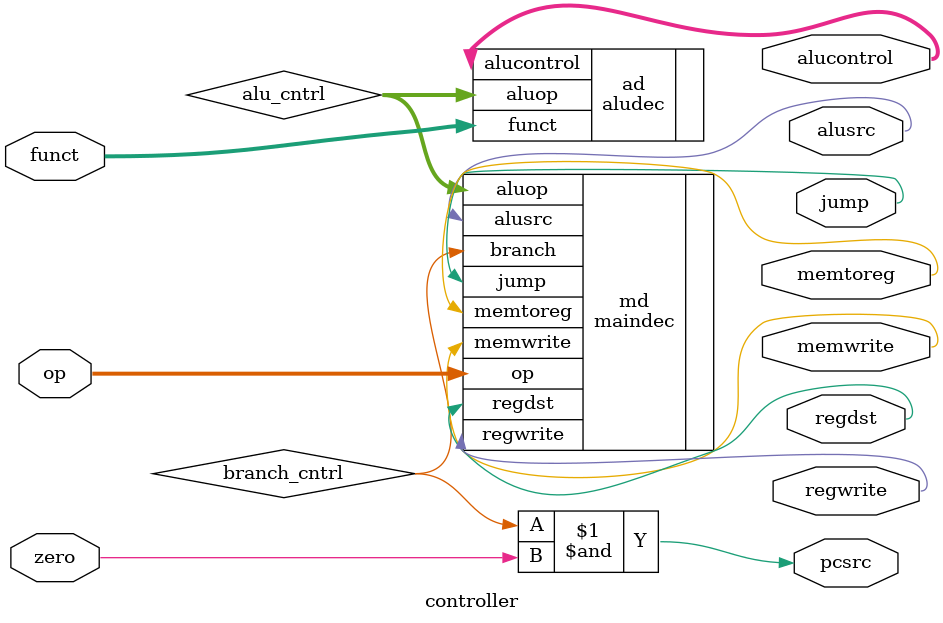
<source format=v>
module controller (
		input [5:0] op, funct,
		input zero,
		output memtoreg, memwrite,
		output pcsrc, alusrc,
		output regdst, regwrite,
		output jump,
		output [2:0] alucontrol
		);
	// Write your code here.
	wire [1:0] alu_cntrl;
	wire branch_cntrl;
	
	maindec md (.op(op), .memtoreg(memtoreg), .memwrite(memwrite), .branch(branch_cntrl), .alusrc(alusrc), .regdst(regdst), .regwrite(regwrite), .jump(jump), .aluop(alu_cntrl));
	
	aludec  ad (.funct(funct), .aluop(alu_cntrl), .alucontrol(alucontrol));

	assign pcsrc = branch_cntrl & zero;
	
endmodule  
</source>
